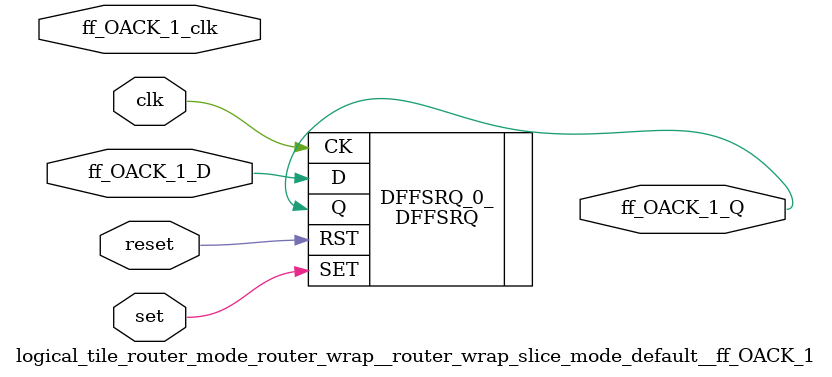
<source format=v>
`default_nettype none

module logical_tile_router_mode_router_wrap__router_wrap_slice_mode_default__ff_OACK_1(set,
                                                                                       reset,
                                                                                       clk,
                                                                                       ff_OACK_1_D,
                                                                                       ff_OACK_1_Q,
                                                                                       ff_OACK_1_clk);
//----- GLOBAL PORTS -----
input [0:0] set;
//----- GLOBAL PORTS -----
input [0:0] reset;
//----- GLOBAL PORTS -----
input [0:0] clk;
//----- INPUT PORTS -----
input [0:0] ff_OACK_1_D;
//----- OUTPUT PORTS -----
output [0:0] ff_OACK_1_Q;
//----- CLOCK PORTS -----
input [0:0] ff_OACK_1_clk;

//----- BEGIN wire-connection ports -----
wire [0:0] ff_OACK_1_D;
wire [0:0] ff_OACK_1_Q;
wire [0:0] ff_OACK_1_clk;
//----- END wire-connection ports -----


//----- BEGIN Registered ports -----
//----- END Registered ports -----



// ----- BEGIN Local short connections -----
// ----- END Local short connections -----
// ----- BEGIN Local output short connections -----
// ----- END Local output short connections -----

	DFFSRQ DFFSRQ_0_ (
		.SET(set),
		.RST(reset),
		.CK(clk),
		.D(ff_OACK_1_D),
		.Q(ff_OACK_1_Q));

endmodule
// ----- END Verilog module for logical_tile_router_mode_router_wrap__router_wrap_slice_mode_default__ff_OACK_1 -----

//----- Default net type -----
`default_nettype wire




</source>
